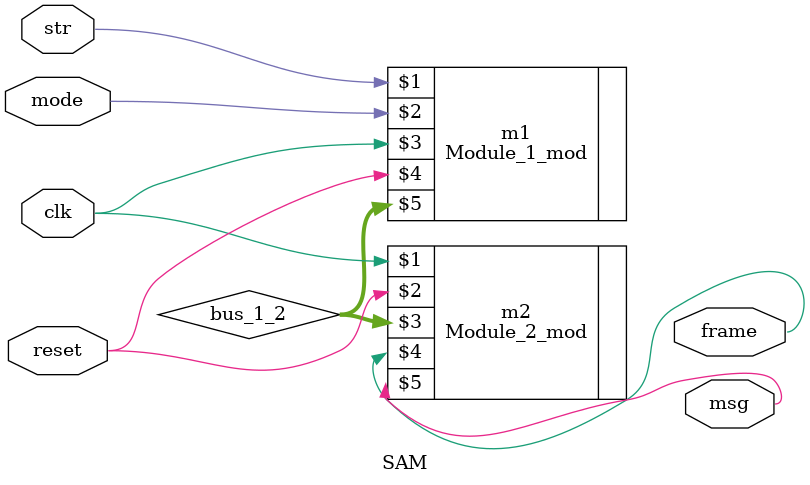
<source format=v>
module SAM (str, mode, clk, reset, msg, frame);

localparam a = 5;
localparam d_size = 2**a;

input reset, mode, clk, str;
output frame,msg;

wire [d_size+4:0] bus_1_2;

Module_1_mod m1(str,mode,clk,reset,bus_1_2[d_size+4:0]);
Module_2_mod m2(clk,reset,bus_1_2[d_size+4:0],frame,msg);

endmodule

</source>
